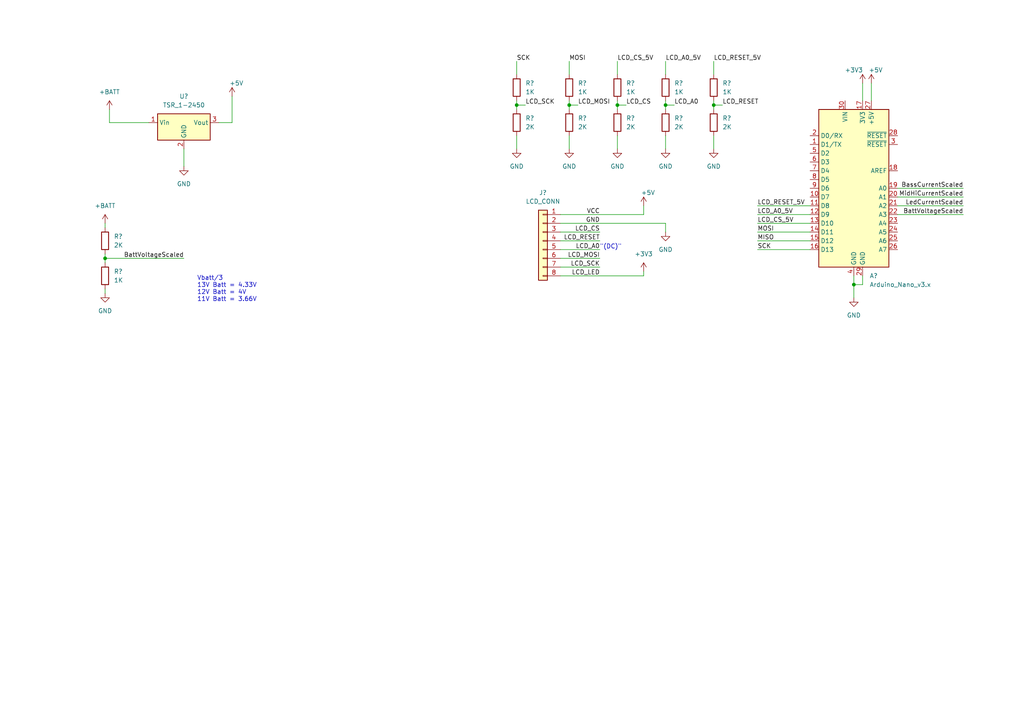
<source format=kicad_sch>
(kicad_sch (version 20211123) (generator eeschema)
  (paper "A4")
  (lib_symbols
    (symbol "+3.3V_1" (power) (pin_numbers hide) (pin_names (offset 0) hide)
      (property "Value" "+3.3V_1" (at 0 3.556 0))
      (symbol "+3.3V_1_0_1"
        (polyline (pts (xy -0.762 1.27) (xy 0 2.54)))
        (polyline (pts (xy 0 0) (xy 0 2.54)))
        (polyline (pts (xy 0 2.54) (xy 0.762 1.27)))
      )
      (symbol "+3.3V_1_1_1"
        (pin power_in line (at 0 0 90) (length 0) hide (name "+3V3") (number "1"))
      )
    )
    (symbol "+5V_1" (power) (pin_numbers hide) (pin_names (offset 0) hide)
      (property "Value" "+5V_1" (at 0 3.556 0))
      (symbol "+5V_1_0_1"
        (polyline (pts (xy -0.762 1.27) (xy 0 2.54)))
        (polyline (pts (xy 0 0) (xy 0 2.54)))
        (polyline (pts (xy 0 2.54) (xy 0.762 1.27)))
      )
      (symbol "+5V_1_1_1"
        (pin power_in line (at 0 0 90) (length 0) hide (name "+5V") (number "1"))
      )
    )
    (symbol "+5V_2" (power) (pin_numbers hide) (pin_names (offset 0) hide)
      (property "Value" "+5V_2" (at 0 3.556 0))
      (symbol "+5V_2_0_1"
        (polyline (pts (xy -0.762 1.27) (xy 0 2.54)))
        (polyline (pts (xy 0 0) (xy 0 2.54)))
        (polyline (pts (xy 0 2.54) (xy 0.762 1.27)))
      )
      (symbol "+5V_2_1_1"
        (pin power_in line (at 0 0 90) (length 0) hide (name "+5V") (number "1"))
      )
    )
    (symbol "Connector_Generic:Conn_01x08" (pin_names (offset 1.016) hide)
      (property "Reference" "J" (at 0 10.16 0))
      (property "Value" "Conn_01x08" (at 0 -12.7 0))
      (symbol "Conn_01x08_1_1"
        (rectangle (start -1.27 -10.033) (end 0 -10.287) (stroke (width 0.1524)))
        (rectangle (start -1.27 -7.493) (end 0 -7.747) (stroke (width 0.1524)))
        (rectangle (start -1.27 -4.953) (end 0 -5.207) (stroke (width 0.1524)))
        (rectangle (start -1.27 -2.413) (end 0 -2.667) (stroke (width 0.1524)))
        (rectangle (start -1.27 0.127) (end 0 -0.127) (stroke (width 0.1524)))
        (rectangle (start -1.27 2.667) (end 0 2.413) (stroke (width 0.1524)))
        (rectangle (start -1.27 5.207) (end 0 4.953) (stroke (width 0.1524)))
        (rectangle (start -1.27 7.747) (end 0 7.493) (stroke (width 0.1524)))
        (rectangle (start -1.27 8.89) (end 1.27 -11.43) (stroke (width 0.254)) (fill (type background)))
        (pin passive line (at -5.08 7.62 0) (length 3.81) (name "Pin_1") (number "1"))
        (pin passive line (at -5.08 5.08 0) (length 3.81) (name "Pin_2") (number "2"))
        (pin passive line (at -5.08 2.54 0) (length 3.81) (name "Pin_3") (number "3"))
        (pin passive line (at -5.08 0 0) (length 3.81) (name "Pin_4") (number "4"))
        (pin passive line (at -5.08 -2.54 0) (length 3.81) (name "Pin_5") (number "5"))
        (pin passive line (at -5.08 -5.08 0) (length 3.81) (name "Pin_6") (number "6"))
        (pin passive line (at -5.08 -7.62 0) (length 3.81) (name "Pin_7") (number "7"))
        (pin passive line (at -5.08 -10.16 0) (length 3.81) (name "Pin_8") (number "8"))
      )
    )
    (symbol "Device:R" (pin_numbers hide) (pin_names (offset 0))
      (property "Reference" "R" (at 2.032 0 90))
      (property "Value" "R" (at 0 0 90))
      (symbol "R_0_1"
        (rectangle (start -1.016 -2.54) (end 1.016 2.54) (stroke (width 0.254)))
      )
      (symbol "R_1_1"
        (pin passive line (at 0 3.81 270) (length 1.27) (name "~") (number "1"))
        (pin passive line (at 0 -3.81 90) (length 1.27) (name "~") (number "2"))
      )
    )
    (symbol "GND_1" (power) (pin_numbers hide) (pin_names (offset 0) hide)
      (property "Value" "GND_1" (at 0 -3.81 0))
      (symbol "GND_1_0_1"
        (polyline (pts (xy 0 0) (xy 0 -1.27) (xy 1.27 -1.27) (xy 0 -2.54) (xy -1.27 -1.27) (xy 0 -1.27)))
      )
      (symbol "GND_1_1_1"
        (pin power_in line (at 0 0 270) (length 0) hide (name "GND") (number "1"))
      )
    )
    (symbol "GND_2" (power) (pin_numbers hide) (pin_names (offset 0) hide)
      (property "Value" "GND_2" (at 0 -3.81 0))
      (symbol "GND_2_0_1"
        (polyline (pts (xy 0 0) (xy 0 -1.27) (xy 1.27 -1.27) (xy 0 -2.54) (xy -1.27 -1.27) (xy 0 -1.27)))
      )
      (symbol "GND_2_1_1"
        (pin power_in line (at 0 0 270) (length 0) hide (name "GND") (number "1"))
      )
    )
    (symbol "GND_3" (power) (pin_numbers hide) (pin_names (offset 0) hide)
      (property "Value" "GND_3" (at 0 -3.81 0))
      (symbol "GND_3_0_1"
        (polyline (pts (xy 0 0) (xy 0 -1.27) (xy 1.27 -1.27) (xy 0 -2.54) (xy -1.27 -1.27) (xy 0 -1.27)))
      )
      (symbol "GND_3_1_1"
        (pin power_in line (at 0 0 270) (length 0) hide (name "GND") (number "1"))
      )
    )
    (symbol "MCU_Module:Arduino_Nano_v3.x"
      (property "Reference" "A" (at -10.16 23.495 0))
      (property "Value" "Arduino_Nano_v3.x" (at 5.08 -24.13 0))
      (symbol "Arduino_Nano_v3.x_0_1"
        (rectangle (start -10.16 22.86) (end 10.16 -22.86) (stroke (width 0.254)) (fill (type background)))
      )
      (symbol "Arduino_Nano_v3.x_1_1"
        (pin bidirectional line (at -12.7 12.7 0) (length 2.54) (name "D1/TX") (number "1"))
        (pin bidirectional line (at -12.7 -2.54 0) (length 2.54) (name "D7") (number "10"))
        (pin bidirectional line (at -12.7 -5.08 0) (length 2.54) (name "D8") (number "11"))
        (pin bidirectional line (at -12.7 -7.62 0) (length 2.54) (name "D9") (number "12"))
        (pin bidirectional line (at -12.7 -10.16 0) (length 2.54) (name "D10") (number "13"))
        (pin bidirectional line (at -12.7 -12.7 0) (length 2.54) (name "D11") (number "14"))
        (pin bidirectional line (at -12.7 -15.24 0) (length 2.54) (name "D12") (number "15"))
        (pin bidirectional line (at -12.7 -17.78 0) (length 2.54) (name "D13") (number "16"))
        (pin power_out line (at 2.54 25.4 270) (length 2.54) (name "3V3") (number "17"))
        (pin input line (at 12.7 5.08 180) (length 2.54) (name "AREF") (number "18"))
        (pin bidirectional line (at 12.7 0 180) (length 2.54) (name "A0") (number "19"))
        (pin bidirectional line (at -12.7 15.24 0) (length 2.54) (name "D0/RX") (number "2"))
        (pin bidirectional line (at 12.7 -2.54 180) (length 2.54) (name "A1") (number "20"))
        (pin bidirectional line (at 12.7 -5.08 180) (length 2.54) (name "A2") (number "21"))
        (pin bidirectional line (at 12.7 -7.62 180) (length 2.54) (name "A3") (number "22"))
        (pin bidirectional line (at 12.7 -10.16 180) (length 2.54) (name "A4") (number "23"))
        (pin bidirectional line (at 12.7 -12.7 180) (length 2.54) (name "A5") (number "24"))
        (pin bidirectional line (at 12.7 -15.24 180) (length 2.54) (name "A6") (number "25"))
        (pin bidirectional line (at 12.7 -17.78 180) (length 2.54) (name "A7") (number "26"))
        (pin power_out line (at 5.08 25.4 270) (length 2.54) (name "+5V") (number "27"))
        (pin input line (at 12.7 15.24 180) (length 2.54) (name "~{RESET}") (number "28"))
        (pin power_in line (at 2.54 -25.4 90) (length 2.54) (name "GND") (number "29"))
        (pin input line (at 12.7 12.7 180) (length 2.54) (name "~{RESET}") (number "3"))
        (pin power_in line (at -2.54 25.4 270) (length 2.54) (name "VIN") (number "30"))
        (pin power_in line (at 0 -25.4 90) (length 2.54) (name "GND") (number "4"))
        (pin bidirectional line (at -12.7 10.16 0) (length 2.54) (name "D2") (number "5"))
        (pin bidirectional line (at -12.7 7.62 0) (length 2.54) (name "D3") (number "6"))
        (pin bidirectional line (at -12.7 5.08 0) (length 2.54) (name "D4") (number "7"))
        (pin bidirectional line (at -12.7 2.54 0) (length 2.54) (name "D5") (number "8"))
        (pin bidirectional line (at -12.7 0 0) (length 2.54) (name "D6") (number "9"))
      )
    )
    (symbol "Regulator_Switching:TSR_1-2450"
      (property "Reference" "U" (at -7.62 6.35 0))
      (property "Value" "TSR_1-2450" (at -1.27 6.35 0))
      (symbol "TSR_1-2450_0_1"
        (rectangle (start -7.62 5.08) (end 7.62 -2.54) (stroke (width 0.254)) (fill (type background)))
      )
      (symbol "TSR_1-2450_1_1"
        (pin power_in line (at -10.16 2.54 0) (length 2.54) (name "Vin") (number "1"))
        (pin power_in line (at 0 -5.08 90) (length 2.54) (name "GND") (number "2"))
        (pin power_out line (at 10.16 2.54 180) (length 2.54) (name "Vout") (number "3"))
      )
    )
    (symbol "power:+3.3V" (power) (pin_numbers hide) (pin_names (offset 0) hide)
      (property "Value" "+3.3V" (at 0 3.556 0))
      (symbol "+3.3V_0_1"
        (polyline (pts (xy -0.762 1.27) (xy 0 2.54)))
        (polyline (pts (xy 0 0) (xy 0 2.54)))
        (polyline (pts (xy 0 2.54) (xy 0.762 1.27)))
      )
      (symbol "+3.3V_1_1"
        (pin power_in line (at 0 0 90) (length 0) hide (name "+3V3") (number "1"))
      )
    )
    (symbol "power:+5V" (power) (pin_numbers hide) (pin_names (offset 0) hide)
      (property "Value" "+5V" (at 0 3.556 0))
      (symbol "+5V_0_1"
        (polyline (pts (xy -0.762 1.27) (xy 0 2.54)))
        (polyline (pts (xy 0 0) (xy 0 2.54)))
        (polyline (pts (xy 0 2.54) (xy 0.762 1.27)))
      )
      (symbol "+5V_1_1"
        (pin power_in line (at 0 0 90) (length 0) hide (name "+5V") (number "1"))
      )
    )
    (symbol "power:+BATT" (power) (pin_numbers hide) (pin_names (offset 0) hide)
      (property "Value" "+BATT" (at 0 3.556 0))
      (symbol "+BATT_0_1"
        (polyline (pts (xy -0.762 1.27) (xy 0 2.54)))
        (polyline (pts (xy 0 0) (xy 0 2.54)))
        (polyline (pts (xy 0 2.54) (xy 0.762 1.27)))
      )
      (symbol "+BATT_1_1"
        (pin power_in line (at 0 0 90) (length 0) hide (name "+BATT") (number "1"))
      )
    )
    (symbol "power:GND" (power) (pin_numbers hide) (pin_names (offset 0) hide)
      (property "Value" "GND" (at 0 -3.81 0))
      (symbol "GND_0_1"
        (polyline (pts (xy 0 0) (xy 0 -1.27) (xy 1.27 -1.27) (xy 0 -2.54) (xy -1.27 -1.27) (xy 0 -1.27)))
      )
      (symbol "GND_1_1"
        (pin power_in line (at 0 0 270) (length 0) hide (name "GND") (number "1"))
      )
    )
  )
  (junction (at 247.65 82.55))
  (junction (at 207.01 30.48))
  (junction (at 193.04 30.48))
  (junction (at 165.1 30.48))
  (junction (at 179.07 30.48))
  (junction (at 30.48 74.93))
  (junction (at 149.86 30.48))
  (wire (pts (xy 193.04 64.77) (xy 193.04 67.31)))
  (wire (pts (xy 179.07 30.48) (xy 179.07 31.75)))
  (wire (pts (xy 149.86 30.48) (xy 152.4 30.48)))
  (wire (pts (xy 252.73 24.13) (xy 252.73 29.21)))
  (wire (pts (xy 31.75 35.56) (xy 43.18 35.56)))
  (wire (pts (xy 179.07 30.48) (xy 181.61 30.48)))
  (wire (pts (xy 260.35 59.69) (xy 279.4 59.69)))
  (wire (pts (xy 207.01 30.48) (xy 209.55 30.48)))
  (wire (pts (xy 162.56 67.31) (xy 173.99 67.31)))
  (wire (pts (xy 250.19 80.01) (xy 250.19 82.55)))
  (wire (pts (xy 193.04 17.78) (xy 193.04 21.59)))
  (wire (pts (xy 31.75 31.75) (xy 31.75 35.56)))
  (wire (pts (xy 250.19 82.55) (xy 247.65 82.55)))
  (wire (pts (xy 219.71 69.85) (xy 234.95 69.85)))
  (wire (pts (xy 186.69 59.69) (xy 186.69 62.23)))
  (wire (pts (xy 260.35 57.15) (xy 279.4 57.15)))
  (wire (pts (xy 260.35 54.61) (xy 279.4 54.61)))
  (wire (pts (xy 193.04 30.48) (xy 195.58 30.48)))
  (wire (pts (xy 247.65 80.01) (xy 247.65 82.55)))
  (wire (pts (xy 149.86 39.37) (xy 149.86 43.18)))
  (wire (pts (xy 247.65 82.55) (xy 247.65 86.36)))
  (wire (pts (xy 165.1 30.48) (xy 167.64 30.48)))
  (wire (pts (xy 149.86 29.21) (xy 149.86 30.48)))
  (wire (pts (xy 165.1 29.21) (xy 165.1 30.48)))
  (wire (pts (xy 207.01 39.37) (xy 207.01 43.18)))
  (wire (pts (xy 162.56 77.47) (xy 173.99 77.47)))
  (wire (pts (xy 186.69 78.74) (xy 186.69 80.01)))
  (wire (pts (xy 207.01 17.78) (xy 207.01 21.59)))
  (wire (pts (xy 30.48 73.66) (xy 30.48 74.93)))
  (wire (pts (xy 179.07 39.37) (xy 179.07 43.18)))
  (wire (pts (xy 63.5 35.56) (xy 67.31 35.56)))
  (wire (pts (xy 53.34 43.18) (xy 53.34 48.26)))
  (wire (pts (xy 219.71 67.31) (xy 234.95 67.31)))
  (wire (pts (xy 250.19 24.13) (xy 250.19 29.21)))
  (wire (pts (xy 219.71 59.69) (xy 234.95 59.69)))
  (wire (pts (xy 207.01 29.21) (xy 207.01 30.48)))
  (wire (pts (xy 67.31 35.56) (xy 67.31 27.94)))
  (wire (pts (xy 179.07 17.78) (xy 179.07 21.59)))
  (wire (pts (xy 162.56 69.85) (xy 173.99 69.85)))
  (wire (pts (xy 149.86 17.78) (xy 149.86 21.59)))
  (wire (pts (xy 162.56 62.23) (xy 186.69 62.23)))
  (wire (pts (xy 260.35 62.23) (xy 279.4 62.23)))
  (wire (pts (xy 165.1 17.78) (xy 165.1 21.59)))
  (wire (pts (xy 193.04 29.21) (xy 193.04 30.48)))
  (wire (pts (xy 162.56 64.77) (xy 193.04 64.77)))
  (wire (pts (xy 149.86 30.48) (xy 149.86 31.75)))
  (wire (pts (xy 193.04 30.48) (xy 193.04 31.75)))
  (wire (pts (xy 162.56 80.01) (xy 186.69 80.01)))
  (wire (pts (xy 193.04 39.37) (xy 193.04 43.18)))
  (wire (pts (xy 30.48 64.77) (xy 30.48 66.04)))
  (wire (pts (xy 30.48 74.93) (xy 30.48 76.2)))
  (wire (pts (xy 219.71 62.23) (xy 234.95 62.23)))
  (wire (pts (xy 165.1 30.48) (xy 165.1 31.75)))
  (wire (pts (xy 162.56 74.93) (xy 173.99 74.93)))
  (wire (pts (xy 162.56 72.39) (xy 173.99 72.39)))
  (wire (pts (xy 179.07 29.21) (xy 179.07 30.48)))
  (wire (pts (xy 30.48 74.93) (xy 53.34 74.93)))
  (wire (pts (xy 30.48 83.82) (xy 30.48 85.09)))
  (wire (pts (xy 165.1 39.37) (xy 165.1 43.18)))
  (wire (pts (xy 219.71 72.39) (xy 234.95 72.39)))
  (wire (pts (xy 207.01 30.48) (xy 207.01 31.75)))
  (wire (pts (xy 219.71 64.77) (xy 234.95 64.77)))
  (text "Vbatt/3\n13V Batt = 4.33V\n12V Batt = 4V\n11V Batt = 3.66V\n" (at 57.15 87.63 0) (effects (font (size 1.27 1.27)) (justify left bottom)))
  (text "\"(DC)\"" (at 180.34 72.39 180) (effects (font (size 1.27 1.27)) (justify right bottom)))
  (label "LedCurrentScaled" (at 279.4 59.69 180))
  (label "GND" (at 173.99 64.77 180))
  (label "BassCurrentScaled" (at 279.4 54.61 180))
  (label "LCD_LED" (at 173.99 80.01 180))
  (label "LCD_CS" (at 173.99 67.31 180))
  (label "MOSI" (at 165.1 17.78 0))
  (label "LCD_A0" (at 195.58 30.48 0))
  (label "LCD_A0" (at 173.99 72.39 180))
  (label "BattVoltageScaled" (at 53.34 74.93 180))
  (label "LCD_CS" (at 181.61 30.48 0))
  (label "LCD_MOSI" (at 167.64 30.48 0))
  (label "LCD_RESET_5V" (at 219.71 59.69 0))
  (label "MISO" (at 219.71 69.85 0))
  (label "LCD_SCK" (at 152.4 30.48 0))
  (label "MOSI" (at 219.71 67.31 0))
  (label "LCD_SCK" (at 173.99 77.47 180))
  (label "SCK" (at 219.71 72.39 0))
  (label "LCD_RESET" (at 173.99 69.85 180))
  (label "LCD_A0_5V" (at 193.04 17.78 0))
  (label "SCK" (at 149.86 17.78 0))
  (label "MidHiCurrentScaled" (at 279.4 57.15 180))
  (label "LCD_A0_5V" (at 219.71 62.23 0))
  (label "LCD_MOSI" (at 173.99 74.93 180))
  (label "LCD_CS_5V" (at 219.71 64.77 0))
  (label "LCD_RESET" (at 209.55 30.48 0))
  (label "LCD_CS_5V" (at 179.07 17.78 0))
  (label "VCC" (at 173.99 62.23 180))
  (label "BattVoltageScaled" (at 279.4 62.23 180))
  (label "LCD_RESET_5V" (at 207.01 17.78 0))
  (symbol (lib_id "Device:R") (at 193.04 25.4 0) (unit 1)
    (property "Reference" "R?" (at 195.58 24.1299 0) (effects (justify left)))
    (property "Value" "1K" (at 195.58 26.6699 0) (effects (justify left)))
    (property "Footprint" "Resistor_THT:R_Axial_DIN0309_L9.0mm_D3.2mm_P12.70mm_Horizontal" (effects hide))
  )
  (symbol (lib_id "Device:R") (at 193.04 35.56 0) (unit 1)
    (property "Reference" "R?" (at 195.58 34.2899 0) (effects (justify left)))
    (property "Value" "2K" (at 195.58 36.8299 0) (effects (justify left)))
    (property "Footprint" "Resistor_THT:R_Axial_DIN0309_L9.0mm_D3.2mm_P12.70mm_Horizontal" (effects hide))
  )
  (symbol (lib_id "Device:R") (at 30.48 80.01 0) (unit 1)
    (property "Reference" "R?" (at 33.02 78.7399 0) (effects (justify left)))
    (property "Value" "1K" (at 33.02 81.2799 0) (effects (justify left)))
    (property "Footprint" "Resistor_THT:R_Axial_DIN0309_L9.0mm_D3.2mm_P12.70mm_Horizontal" (effects hide))
  )
  (symbol (lib_id "MCU_Module:Arduino_Nano_v3.x") (at 247.65 54.61 0) (unit 1)
    (property "Reference" "A?" (at 252.2094 80.01 0) (effects (justify left)))
    (property "Value" "Arduino_Nano_v3.x" (at 252.2094 82.55 0) (effects (justify left)))
    (property "Footprint" "Module:Arduino_Nano" (effects hide))
    (property "Datasheet" "http://www.mouser.com/pdfdocs/Gravitech_Arduino_Nano3_0.pdf" (effects hide))
  )
  (symbol (lib_name "GND_1") (lib_id "power:GND") (at 30.48 85.09 0) (unit 1)
    (property "Reference" "#PWR?" (effects hide))
    (property "Value" "GND" (at 30.48 90.17 0))
  )
  (symbol (lib_id "Device:R") (at 207.01 25.4 0) (unit 1)
    (property "Reference" "R?" (at 209.55 24.1299 0) (effects (justify left)))
    (property "Value" "1K" (at 209.55 26.6699 0) (effects (justify left)))
    (property "Footprint" "Resistor_THT:R_Axial_DIN0309_L9.0mm_D3.2mm_P12.70mm_Horizontal" (effects hide))
  )
  (symbol (lib_id "Device:R") (at 179.07 25.4 0) (unit 1)
    (property "Reference" "R?" (at 181.61 24.1299 0) (effects (justify left)))
    (property "Value" "1K" (at 181.61 26.6699 0) (effects (justify left)))
    (property "Footprint" "Resistor_THT:R_Axial_DIN0309_L9.0mm_D3.2mm_P12.70mm_Horizontal" (effects hide))
  )
  (symbol (lib_name "+5V_2") (lib_id "power:+5V") (at 186.69 59.69 0) (unit 1)
    (property "Reference" "#PWR?" (effects hide))
    (property "Value" "+5V" (at 187.96 55.88 0))
  )
  (symbol (lib_id "Device:R") (at 149.86 35.56 0) (unit 1)
    (property "Reference" "R?" (at 152.4 34.2899 0) (effects (justify left)))
    (property "Value" "2K" (at 152.4 36.8299 0) (effects (justify left)))
    (property "Footprint" "Resistor_THT:R_Axial_DIN0309_L9.0mm_D3.2mm_P12.70mm_Horizontal" (effects hide))
  )
  (symbol (lib_name "GND_2") (lib_id "power:GND") (at 165.1 43.18 0) (unit 1)
    (property "Reference" "#PWR?" (effects hide))
    (property "Value" "GND" (at 165.1 48.26 0))
  )
  (symbol (lib_id "power:+BATT") (at 30.48 64.77 0) (unit 1)
    (property "Reference" "#PWR?" (effects hide))
    (property "Value" "+BATT" (at 30.48 59.69 0))
  )
  (symbol (lib_id "Device:R") (at 207.01 35.56 0) (unit 1)
    (property "Reference" "R?" (at 209.55 34.2899 0) (effects (justify left)))
    (property "Value" "2K" (at 209.55 36.8299 0) (effects (justify left)))
    (property "Footprint" "Resistor_THT:R_Axial_DIN0309_L9.0mm_D3.2mm_P12.70mm_Horizontal" (effects hide))
  )
  (symbol (lib_name "GND_2") (lib_id "power:GND") (at 207.01 43.18 0) (unit 1)
    (property "Reference" "#PWR?" (effects hide))
    (property "Value" "GND" (at 207.01 48.26 0))
  )
  (symbol (lib_name "+3.3V_1") (lib_id "power:+3.3V") (at 186.69 78.74 0) (unit 1)
    (property "Reference" "#PWR?" (effects hide))
    (property "Value" "+3.3V" (at 186.69 73.66 0))
  )
  (symbol (lib_id "power:+5V") (at 252.73 24.13 0) (unit 1)
    (property "Reference" "#PWR?" (effects hide))
    (property "Value" "+5V" (at 254 20.32 0))
  )
  (symbol (lib_id "power:+3.3V") (at 250.19 24.13 0) (unit 1)
    (property "Reference" "#PWR?" (effects hide))
    (property "Value" "+3.3V" (at 247.65 20.32 0))
  )
  (symbol (lib_id "Device:R") (at 165.1 35.56 0) (unit 1)
    (property "Reference" "R?" (at 167.64 34.2899 0) (effects (justify left)))
    (property "Value" "2K" (at 167.64 36.8299 0) (effects (justify left)))
    (property "Footprint" "Resistor_THT:R_Axial_DIN0309_L9.0mm_D3.2mm_P12.70mm_Horizontal" (effects hide))
  )
  (symbol (lib_name "GND_1") (lib_id "power:GND") (at 53.34 48.26 0) (unit 1)
    (property "Reference" "#PWR?" (effects hide))
    (property "Value" "GND" (at 53.34 53.34 0))
  )
  (symbol (lib_name "GND_2") (lib_id "power:GND") (at 149.86 43.18 0) (unit 1)
    (property "Reference" "#PWR?" (effects hide))
    (property "Value" "GND" (at 149.86 48.26 0))
  )
  (symbol (lib_id "Regulator_Switching:TSR_1-2450") (at 53.34 38.1 0) (unit 1)
    (property "Reference" "U?" (at 53.34 27.94 0))
    (property "Value" "TSR_1-2450" (at 53.34 30.48 0))
    (property "Footprint" "Converter_DCDC:Converter_DCDC_TRACO_TSR-1_THT" (effects hide))
    (property "Datasheet" "http://www.tracopower.com/products/tsr1.pdf" (effects hide))
  )
  (symbol (lib_name "GND_3") (lib_id "power:GND") (at 193.04 67.31 0) (unit 1)
    (property "Reference" "#PWR?" (effects hide))
    (property "Value" "GND" (at 193.04 72.39 0))
  )
  (symbol (lib_id "Device:R") (at 30.48 69.85 0) (unit 1)
    (property "Reference" "R?" (at 33.02 68.5799 0) (effects (justify left)))
    (property "Value" "2K" (at 33.02 71.1199 0) (effects (justify left)))
    (property "Footprint" "Resistor_THT:R_Axial_DIN0309_L9.0mm_D3.2mm_P12.70mm_Horizontal" (effects hide))
  )
  (symbol (lib_id "Device:R") (at 179.07 35.56 0) (unit 1)
    (property "Reference" "R?" (at 181.61 34.2899 0) (effects (justify left)))
    (property "Value" "2K" (at 181.61 36.8299 0) (effects (justify left)))
    (property "Footprint" "Resistor_THT:R_Axial_DIN0309_L9.0mm_D3.2mm_P12.70mm_Horizontal" (effects hide))
  )
  (symbol (lib_id "power:+BATT") (at 31.75 31.75 0) (unit 1)
    (property "Reference" "#PWR?" (effects hide))
    (property "Value" "+BATT" (at 31.75 26.67 0))
  )
  (symbol (lib_id "Connector_Generic:Conn_01x08") (at 157.48 69.85 0) (mirror y) (unit 1)
    (property "Reference" "J?" (at 157.48 55.88 0))
    (property "Value" "LCD_CONN" (at 157.48 58.42 0))
  )
  (symbol (lib_id "Device:R") (at 165.1 25.4 0) (unit 1)
    (property "Reference" "R?" (at 167.64 24.1299 0) (effects (justify left)))
    (property "Value" "1K" (at 167.64 26.6699 0) (effects (justify left)))
    (property "Footprint" "Resistor_THT:R_Axial_DIN0309_L9.0mm_D3.2mm_P12.70mm_Horizontal" (effects hide))
  )
  (symbol (lib_id "power:GND") (at 247.65 86.36 0) (unit 1)
    (property "Reference" "#PWR?" (effects hide))
    (property "Value" "GND" (at 247.65 91.44 0))
  )
  (symbol (lib_name "+5V_1") (lib_id "power:+5V") (at 67.31 27.94 0) (unit 1)
    (property "Reference" "#PWR?" (effects hide))
    (property "Value" "+5V" (at 68.58 24.13 0))
  )
  (symbol (lib_name "GND_2") (lib_id "power:GND") (at 193.04 43.18 0) (unit 1)
    (property "Reference" "#PWR?" (effects hide))
    (property "Value" "GND" (at 193.04 48.26 0))
  )
  (symbol (lib_id "Device:R") (at 149.86 25.4 0) (unit 1)
    (property "Reference" "R?" (at 152.4 24.1299 0) (effects (justify left)))
    (property "Value" "1K" (at 152.4 26.6699 0) (effects (justify left)))
    (property "Footprint" "Resistor_THT:R_Axial_DIN0309_L9.0mm_D3.2mm_P12.70mm_Horizontal" (effects hide))
  )
  (symbol (lib_name "GND_2") (lib_id "power:GND") (at 179.07 43.18 0) (unit 1)
    (property "Reference" "#PWR?" (effects hide))
    (property "Value" "GND" (at 179.07 48.26 0))
  )
)
</source>
